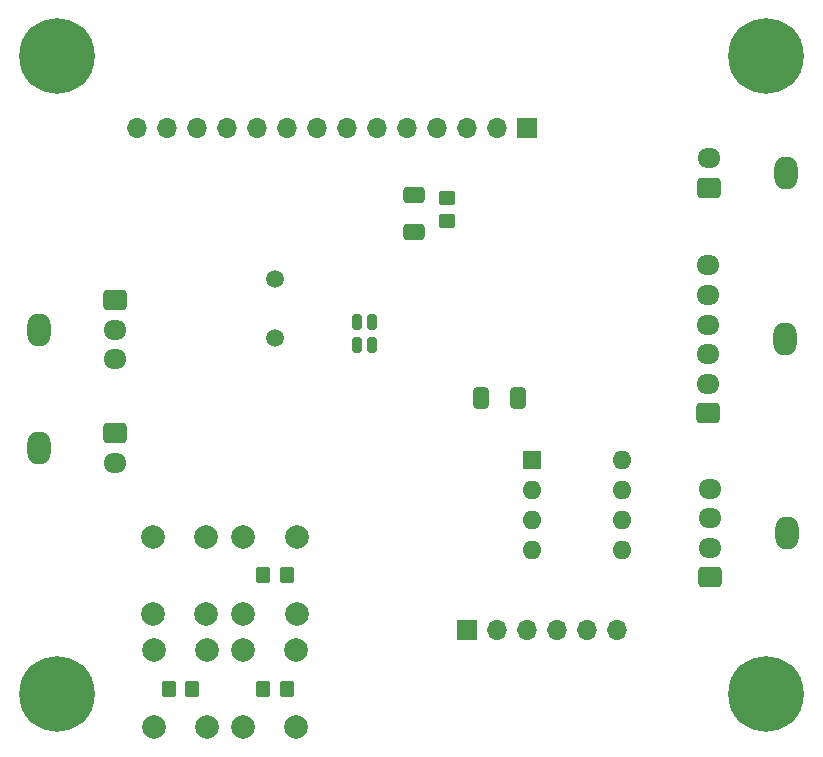
<source format=gbs>
G04 #@! TF.GenerationSoftware,KiCad,Pcbnew,(6.0.8-1)-1*
G04 #@! TF.CreationDate,2023-04-27T22:08:01+09:00*
G04 #@! TF.ProjectId,ikako_f303,696b616b-6f5f-4663-9330-332e6b696361,rev?*
G04 #@! TF.SameCoordinates,Original*
G04 #@! TF.FileFunction,Soldermask,Bot*
G04 #@! TF.FilePolarity,Negative*
%FSLAX46Y46*%
G04 Gerber Fmt 4.6, Leading zero omitted, Abs format (unit mm)*
G04 Created by KiCad (PCBNEW (6.0.8-1)-1) date 2023-04-27 22:08:01*
%MOMM*%
%LPD*%
G01*
G04 APERTURE LIST*
G04 Aperture macros list*
%AMRoundRect*
0 Rectangle with rounded corners*
0 $1 Rounding radius*
0 $2 $3 $4 $5 $6 $7 $8 $9 X,Y pos of 4 corners*
0 Add a 4 corners polygon primitive as box body*
4,1,4,$2,$3,$4,$5,$6,$7,$8,$9,$2,$3,0*
0 Add four circle primitives for the rounded corners*
1,1,$1+$1,$2,$3*
1,1,$1+$1,$4,$5*
1,1,$1+$1,$6,$7*
1,1,$1+$1,$8,$9*
0 Add four rect primitives between the rounded corners*
20,1,$1+$1,$2,$3,$4,$5,0*
20,1,$1+$1,$4,$5,$6,$7,0*
20,1,$1+$1,$6,$7,$8,$9,0*
20,1,$1+$1,$8,$9,$2,$3,0*%
G04 Aperture macros list end*
%ADD10C,1.500000*%
%ADD11C,2.000000*%
%ADD12C,0.800000*%
%ADD13C,6.400000*%
%ADD14R,1.700000X1.700000*%
%ADD15O,1.700000X1.700000*%
%ADD16R,1.600000X1.600000*%
%ADD17O,1.600000X1.600000*%
%ADD18O,2.000000X2.800000*%
%ADD19RoundRect,0.250000X0.725000X-0.600000X0.725000X0.600000X-0.725000X0.600000X-0.725000X-0.600000X0*%
%ADD20O,1.950000X1.700000*%
%ADD21RoundRect,0.250000X-0.725000X0.600000X-0.725000X-0.600000X0.725000X-0.600000X0.725000X0.600000X0*%
%ADD22RoundRect,0.250000X0.350000X0.450000X-0.350000X0.450000X-0.350000X-0.450000X0.350000X-0.450000X0*%
%ADD23RoundRect,0.208750X0.208750X0.431250X-0.208750X0.431250X-0.208750X-0.431250X0.208750X-0.431250X0*%
%ADD24RoundRect,0.250000X0.450000X-0.350000X0.450000X0.350000X-0.450000X0.350000X-0.450000X-0.350000X0*%
%ADD25RoundRect,0.250000X-0.412500X-0.650000X0.412500X-0.650000X0.412500X0.650000X-0.412500X0.650000X0*%
%ADD26RoundRect,0.250000X0.650000X-0.412500X0.650000X0.412500X-0.650000X0.412500X-0.650000X-0.412500X0*%
G04 APERTURE END LIST*
D10*
X138395000Y-75865000D03*
X138395000Y-70865000D03*
D11*
X135750000Y-99250000D03*
X135750000Y-92750000D03*
X140250000Y-92750000D03*
X140250000Y-99250000D03*
D12*
X120000000Y-108400000D03*
X121697056Y-104302944D03*
D13*
X120000000Y-106000000D03*
D12*
X117600000Y-106000000D03*
X118302944Y-107697056D03*
X121697056Y-107697056D03*
X120000000Y-103600000D03*
X118302944Y-104302944D03*
X122400000Y-106000000D03*
D11*
X128162325Y-108839916D03*
X128162325Y-102339916D03*
X132662325Y-102339916D03*
X132662325Y-108839916D03*
D14*
X154675000Y-100600000D03*
D15*
X157215000Y-100600000D03*
X159755000Y-100600000D03*
X162295000Y-100600000D03*
X164835000Y-100600000D03*
X167375000Y-100600000D03*
D16*
X160200000Y-86200000D03*
D17*
X160200000Y-88740000D03*
X160200000Y-91280000D03*
X160200000Y-93820000D03*
X167820000Y-93820000D03*
X167820000Y-91280000D03*
X167820000Y-88740000D03*
X167820000Y-86200000D03*
D12*
X178302944Y-53697056D03*
X178302944Y-50302944D03*
X177600000Y-52000000D03*
X181697056Y-53697056D03*
X181697056Y-50302944D03*
D13*
X180000000Y-52000000D03*
D12*
X180000000Y-54400000D03*
X180000000Y-49600000D03*
X182400000Y-52000000D03*
D18*
X181653666Y-61914460D03*
D19*
X175153666Y-63164460D03*
D20*
X175153666Y-60664460D03*
D14*
X159749606Y-58097860D03*
D15*
X157209606Y-58097860D03*
X154669606Y-58097860D03*
X152129606Y-58097860D03*
X149589606Y-58097860D03*
X147049606Y-58097860D03*
X144509606Y-58097860D03*
X141969606Y-58097860D03*
X139429606Y-58097860D03*
X136889606Y-58097860D03*
X134349606Y-58097860D03*
X131809606Y-58097860D03*
X129269606Y-58097860D03*
X126729606Y-58097860D03*
D18*
X181756007Y-92411992D03*
D19*
X175256007Y-96161992D03*
D20*
X175256007Y-93661992D03*
X175256007Y-91161992D03*
X175256007Y-88661992D03*
D11*
X135737878Y-102313241D03*
X135737878Y-108813241D03*
X140237878Y-102313241D03*
X140237878Y-108813241D03*
D12*
X180000000Y-108400000D03*
X181697056Y-107697056D03*
X182400000Y-106000000D03*
X180000000Y-103600000D03*
X181697056Y-104302944D03*
X177600000Y-106000000D03*
X178302944Y-107697056D03*
X178302944Y-104302944D03*
D13*
X180000000Y-106000000D03*
D18*
X118400000Y-75200000D03*
D21*
X124900000Y-72700000D03*
D20*
X124900000Y-75200000D03*
X124900000Y-77700000D03*
D12*
X118302944Y-50302944D03*
X118302944Y-53697056D03*
X122400000Y-52000000D03*
D13*
X120000000Y-52000000D03*
D12*
X120000000Y-49600000D03*
X117600000Y-52000000D03*
X121697056Y-50302944D03*
X120000000Y-54400000D03*
X121697056Y-53697056D03*
D18*
X181600000Y-76000000D03*
D19*
X175100000Y-82250000D03*
D20*
X175100000Y-79750000D03*
X175100000Y-77250000D03*
X175100000Y-74750000D03*
X175100000Y-72250000D03*
X175100000Y-69750000D03*
D11*
X128117548Y-99242906D03*
X128117548Y-92742906D03*
X132617548Y-99242906D03*
X132617548Y-92742906D03*
D18*
X118400000Y-85200000D03*
D21*
X124900000Y-83950000D03*
D20*
X124900000Y-86450000D03*
D22*
X139412325Y-105589916D03*
X137412325Y-105589916D03*
D23*
X146627500Y-74510000D03*
X145372500Y-74510000D03*
D24*
X153000000Y-66000000D03*
X153000000Y-64000000D03*
D25*
X155875000Y-81000000D03*
X159000000Y-81000000D03*
D23*
X146627500Y-76510000D03*
X145372500Y-76510000D03*
D22*
X131412325Y-105589916D03*
X129412325Y-105589916D03*
D26*
X150192809Y-66876407D03*
X150192809Y-63751407D03*
D22*
X139412325Y-95972112D03*
X137412325Y-95972112D03*
M02*

</source>
